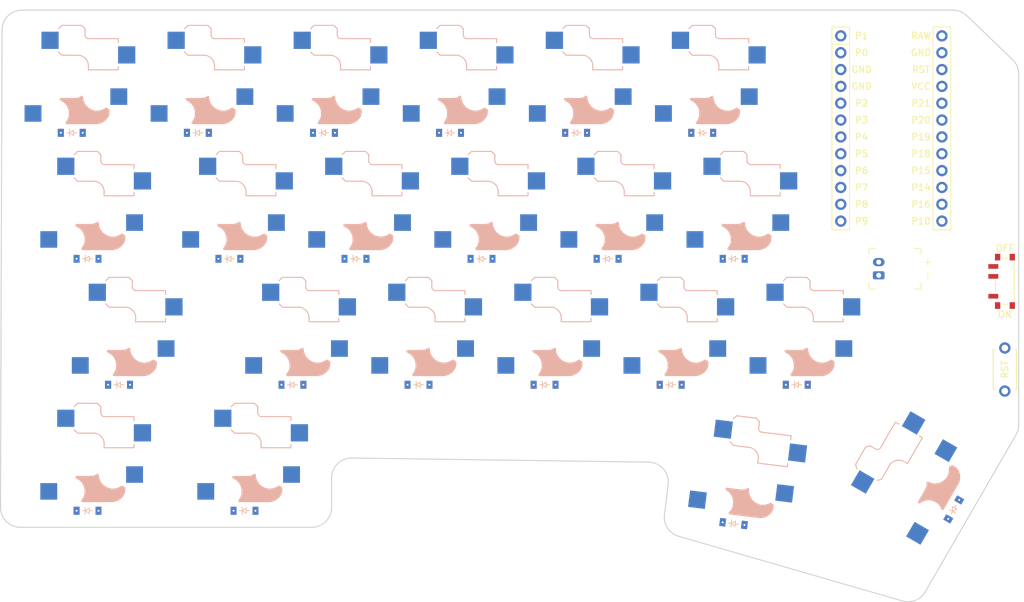
<source format=kicad_pcb>


(kicad_pcb
  (version 20240108)
  (generator "ergogen")
  (generator_version "4.2.1")
  (general
    (thickness 1.6)
    (legacy_teardrops no)
  )
  (paper "A3")
  (title_block
    (title "left__side")
    (date "2026-02-04")
    (rev "v1.0.0")
    (company "Unknown")
  )

  (layers
    (0 "F.Cu" signal)
    (31 "B.Cu" signal)
    (32 "B.Adhes" user "B.Adhesive")
    (33 "F.Adhes" user "F.Adhesive")
    (34 "B.Paste" user)
    (35 "F.Paste" user)
    (36 "B.SilkS" user "B.Silkscreen")
    (37 "F.SilkS" user "F.Silkscreen")
    (38 "B.Mask" user)
    (39 "F.Mask" user)
    (40 "Dwgs.User" user "User.Drawings")
    (41 "Cmts.User" user "User.Comments")
    (42 "Eco1.User" user "User.Eco1")
    (43 "Eco2.User" user "User.Eco2")
    (44 "Edge.Cuts" user)
    (45 "Margin" user)
    (46 "B.CrtYd" user "B.Courtyard")
    (47 "F.CrtYd" user "F.Courtyard")
    (48 "B.Fab" user)
    (49 "F.Fab" user)
  )

  (setup
    (pad_to_mask_clearance 0.05)
    (allow_soldermask_bridges_in_footprints no)
    (pcbplotparams
      (layerselection 0x00010fc_ffffffff)
      (plot_on_all_layers_selection 0x0000000_00000000)
      (disableapertmacros no)
      (usegerberextensions no)
      (usegerberattributes yes)
      (usegerberadvancedattributes yes)
      (creategerberjobfile yes)
      (dashed_line_dash_ratio 12.000000)
      (dashed_line_gap_ratio 3.000000)
      (svgprecision 4)
      (plotframeref no)
      (viasonmask no)
      (mode 1)
      (useauxorigin no)
      (hpglpennumber 1)
      (hpglpenspeed 20)
      (hpglpendiameter 15.000000)
      (pdf_front_fp_property_popups yes)
      (pdf_back_fp_property_popups yes)
      (dxfpolygonmode yes)
      (dxfimperialunits yes)
      (dxfusepcbnewfont yes)
      (psnegative no)
      (psa4output no)
      (plotreference yes)
      (plotvalue yes)
      (plotfptext yes)
      (plotinvisibletext no)
      (sketchpadsonfab no)
      (subtractmaskfromsilk no)
      (outputformat 1)
      (mirror no)
      (drillshape 1)
      (scaleselection 1)
      (outputdirectory "")
    )
  )

  (net 0 "")
(net 1 "P0")
(net 2 "esc_default")
(net 3 "GND")
(net 4 "D1")
(net 5 "D2")
(net 6 "P1")
(net 7 "q_default")
(net 8 "P2")
(net 9 "w_default")
(net 10 "P3")
(net 11 "e_default")
(net 12 "P4")
(net 13 "r_default")
(net 14 "P5")
(net 15 "t_default")
(net 16 "tab_default")
(net 17 "a_default")
(net 18 "s_default")
(net 19 "d_default")
(net 20 "f_default")
(net 21 "g_default")
(net 22 "lshift_default")
(net 23 "z_default")
(net 24 "x_default")
(net 25 "c_default")
(net 26 "v_default")
(net 27 "b_default")
(net 28 "lctrl_default")
(net 29 "super_default")
(net 30 "lower_default")
(net 31 "space_default")
(net 32 "P6")
(net 33 "P7")
(net 34 "P8")
(net 35 "P9")
(net 36 "RAW")
(net 37 "RST")
(net 38 "VCC")
(net 39 "P21")
(net 40 "P20")
(net 41 "P19")
(net 42 "P18")
(net 43 "P15")
(net 44 "P14")
(net 45 "P16")
(net 46 "P10")
(net 47 "P101")
(net 48 "P102")
(net 49 "P107")
(net 50 "MCU1_24")
(net 51 "MCU1_1")
(net 52 "MCU1_23")
(net 53 "MCU1_2")
(net 54 "MCU1_22")
(net 55 "MCU1_3")
(net 56 "MCU1_21")
(net 57 "MCU1_4")
(net 58 "MCU1_20")
(net 59 "MCU1_5")
(net 60 "MCU1_19")
(net 61 "MCU1_6")
(net 62 "MCU1_18")
(net 63 "MCU1_7")
(net 64 "MCU1_17")
(net 65 "MCU1_8")
(net 66 "MCU1_16")
(net 67 "MCU1_9")
(net 68 "MCU1_15")
(net 69 "MCU1_10")
(net 70 "MCU1_14")
(net 71 "MCU1_11")
(net 72 "MCU1_13")
(net 73 "MCU1_12")
(net 74 "BAT_P")
(net 75 "JST1_1")
(net 76 "JST1_2")

  
  (footprint "ceoloide:switch_choc_v1_v2" (layer "B.Cu") (at 109.5 100 0))
    

  (footprint "ceoloide:switch_choc_v1_v2" (layer "B.Cu") (at 128.5 100 0))
    

  (footprint "ceoloide:switch_choc_v1_v2" (layer "B.Cu") (at 147.5 100 0))
    

  (footprint "ceoloide:switch_choc_v1_v2" (layer "B.Cu") (at 166.5 100 0))
    

  (footprint "ceoloide:switch_choc_v1_v2" (layer "B.Cu") (at 185.5 100 0))
    

  (footprint "ceoloide:switch_choc_v1_v2" (layer "B.Cu") (at 204.5 100 0))
    

  (footprint "ceoloide:switch_choc_v1_v2" (layer "B.Cu") (at 111.875 119 0))
    

  (footprint "ceoloide:switch_choc_v1_v2" (layer "B.Cu") (at 133.25 119 0))
    

  (footprint "ceoloide:switch_choc_v1_v2" (layer "B.Cu") (at 152.25 119 0))
    

  (footprint "ceoloide:switch_choc_v1_v2" (layer "B.Cu") (at 171.25 119 0))
    

  (footprint "ceoloide:switch_choc_v1_v2" (layer "B.Cu") (at 190.25 119 0))
    

  (footprint "ceoloide:switch_choc_v1_v2" (layer "B.Cu") (at 209.25 119 0))
    

  (footprint "ceoloide:switch_choc_v1_v2" (layer "B.Cu") (at 116.625 138 0))
    

  (footprint "ceoloide:switch_choc_v1_v2" (layer "B.Cu") (at 142.75 138 0))
    

  (footprint "ceoloide:switch_choc_v1_v2" (layer "B.Cu") (at 161.75 138 0))
    

  (footprint "ceoloide:switch_choc_v1_v2" (layer "B.Cu") (at 180.75 138 0))
    

  (footprint "ceoloide:switch_choc_v1_v2" (layer "B.Cu") (at 199.75 138 0))
    

  (footprint "ceoloide:switch_choc_v1_v2" (layer "B.Cu") (at 218.75 138 0))
    

  (footprint "ceoloide:switch_choc_v1_v2" (layer "B.Cu") (at 111.875 157 0))
    

  (footprint "ceoloide:switch_choc_v1_v2" (layer "B.Cu") (at 135.53 157 0))
    

  (footprint "ceoloide:switch_choc_v1_v2" (layer "B.Cu") (at 210.2 159 -7))
    

  (footprint "ceoloide:switch_choc_v1_v2" (layer "B.Cu") (at 235.47 160.8 60))
    

  (footprint "ceoloide:switch_mx" (layer "B.Cu") (at 109.5 100 180))
    

  (footprint "ceoloide:switch_mx" (layer "B.Cu") (at 128.5 100 180))
    

  (footprint "ceoloide:switch_mx" (layer "B.Cu") (at 147.5 100 180))
    

  (footprint "ceoloide:switch_mx" (layer "B.Cu") (at 166.5 100 180))
    

  (footprint "ceoloide:switch_mx" (layer "B.Cu") (at 185.5 100 180))
    

  (footprint "ceoloide:switch_mx" (layer "B.Cu") (at 204.5 100 180))
    

  (footprint "ceoloide:switch_mx" (layer "B.Cu") (at 111.875 119 180))
    

  (footprint "ceoloide:switch_mx" (layer "B.Cu") (at 133.25 119 180))
    

  (footprint "ceoloide:switch_mx" (layer "B.Cu") (at 152.25 119 180))
    

  (footprint "ceoloide:switch_mx" (layer "B.Cu") (at 171.25 119 180))
    

  (footprint "ceoloide:switch_mx" (layer "B.Cu") (at 190.25 119 180))
    

  (footprint "ceoloide:switch_mx" (layer "B.Cu") (at 209.25 119 180))
    

  (footprint "ceoloide:switch_mx" (layer "B.Cu") (at 116.625 138 180))
    

  (footprint "ceoloide:switch_mx" (layer "B.Cu") (at 142.75 138 180))
    

  (footprint "ceoloide:switch_mx" (layer "B.Cu") (at 161.75 138 180))
    

  (footprint "ceoloide:switch_mx" (layer "B.Cu") (at 180.75 138 180))
    

  (footprint "ceoloide:switch_mx" (layer "B.Cu") (at 199.75 138 180))
    

  (footprint "ceoloide:switch_mx" (layer "B.Cu") (at 218.75 138 180))
    

  (footprint "ceoloide:switch_mx" (layer "B.Cu") (at 111.875 157 180))
    

  (footprint "ceoloide:switch_mx" (layer "B.Cu") (at 135.53 157 180))
    

  (footprint "ceoloide:switch_mx" (layer "B.Cu") (at 210.2 159 173))
    

  (footprint "ceoloide:switch_mx" (layer "B.Cu") (at 235.47 160.8 240))
    

  
    (module ComboDiode (layer F.Cu) (tedit 5B24D78E)


        (at 109.5 108 0)

        
        (fp_text reference "D1" (at 0 0) (layer F.SilkS) hide (effects (font (size 1.27 1.27) (thickness 0.15))))
        (fp_text value "" (at 0 0) (layer F.SilkS) hide (effects (font (size 1.27 1.27) (thickness 0.15))))
        
        
        (fp_line (start 0.25 0) (end 0.75 0) (layer F.SilkS) (width 0.1))
        (fp_line (start 0.25 0.4) (end -0.35 0) (layer F.SilkS) (width 0.1))
        (fp_line (start 0.25 -0.4) (end 0.25 0.4) (layer F.SilkS) (width 0.1))
        (fp_line (start -0.35 0) (end 0.25 -0.4) (layer F.SilkS) (width 0.1))
        (fp_line (start -0.35 0) (end -0.35 0.55) (layer F.SilkS) (width 0.1))
        (fp_line (start -0.35 0) (end -0.35 -0.55) (layer F.SilkS) (width 0.1))
        (fp_line (start -0.75 0) (end -0.35 0) (layer F.SilkS) (width 0.1))
        (fp_line (start 0.25 0) (end 0.75 0) (layer B.SilkS) (width 0.1))
        (fp_line (start 0.25 0.4) (end -0.35 0) (layer B.SilkS) (width 0.1))
        (fp_line (start 0.25 -0.4) (end 0.25 0.4) (layer B.SilkS) (width 0.1))
        (fp_line (start -0.35 0) (end 0.25 -0.4) (layer B.SilkS) (width 0.1))
        (fp_line (start -0.35 0) (end -0.35 0.55) (layer B.SilkS) (width 0.1))
        (fp_line (start -0.35 0) (end -0.35 -0.55) (layer B.SilkS) (width 0.1))
        (fp_line (start -0.75 0) (end -0.35 0) (layer B.SilkS) (width 0.1))
    
        
        (pad 1 smd rect (at -1.65 0 0) (size 0.9 1.2) (layers F.Cu F.Paste F.Mask) (net 32 "P6"))
        (pad 2 smd rect (at 1.65 0 0) (size 0.9 1.2) (layers B.Cu B.Paste B.Mask) (net 2 "esc_default"))
        (pad 1 smd rect (at -1.65 0 0) (size 0.9 1.2) (layers B.Cu B.Paste B.Mask) (net 32 "P6"))
        (pad 2 smd rect (at 1.65 0 0) (size 0.9 1.2) (layers F.Cu F.Paste F.Mask) (net 2 "esc_default"))
        
        (pad 1 thru_hole circle (at -1.65 0 0) (size 0.6 0.6) (drill 0.3) (layers "*.Cu") (zone_connect 2) (net 32 "P6"))
        (pad 1 thru_hole circle (at 1.65 0 0) (size 0.6 0.6) (drill 0.3) (layers "*.Cu") (zone_connect 2) (net 2 "esc_default"))
        
    )
  
    

  
    (module ComboDiode (layer F.Cu) (tedit 5B24D78E)


        (at 128.5 108 0)

        
        (fp_text reference "D2" (at 0 0) (layer F.SilkS) hide (effects (font (size 1.27 1.27) (thickness 0.15))))
        (fp_text value "" (at 0 0) (layer F.SilkS) hide (effects (font (size 1.27 1.27) (thickness 0.15))))
        
        
        (fp_line (start 0.25 0) (end 0.75 0) (layer F.SilkS) (width 0.1))
        (fp_line (start 0.25 0.4) (end -0.35 0) (layer F.SilkS) (width 0.1))
        (fp_line (start 0.25 -0.4) (end 0.25 0.4) (layer F.SilkS) (width 0.1))
        (fp_line (start -0.35 0) (end 0.25 -0.4) (layer F.SilkS) (width 0.1))
        (fp_line (start -0.35 0) (end -0.35 0.55) (layer F.SilkS) (width 0.1))
        (fp_line (start -0.35 0) (end -0.35 -0.55) (layer F.SilkS) (width 0.1))
        (fp_line (start -0.75 0) (end -0.35 0) (layer F.SilkS) (width 0.1))
        (fp_line (start 0.25 0) (end 0.75 0) (layer B.SilkS) (width 0.1))
        (fp_line (start 0.25 0.4) (end -0.35 0) (layer B.SilkS) (width 0.1))
        (fp_line (start 0.25 -0.4) (end 0.25 0.4) (layer B.SilkS) (width 0.1))
        (fp_line (start -0.35 0) (end 0.25 -0.4) (layer B.SilkS) (width 0.1))
        (fp_line (start -0.35 0) (end -0.35 0.55) (layer B.SilkS) (width 0.1))
        (fp_line (start -0.35 0) (end -0.35 -0.55) (layer B.SilkS) (width 0.1))
        (fp_line (start -0.75 0) (end -0.35 0) (layer B.SilkS) (width 0.1))
    
        
        (pad 1 smd rect (at -1.65 0 0) (size 0.9 1.2) (layers F.Cu F.Paste F.Mask) (net 32 "P6"))
        (pad 2 smd rect (at 1.65 0 0) (size 0.9 1.2) (layers B.Cu B.Paste B.Mask) (net 7 "q_default"))
        (pad 1 smd rect (at -1.65 0 0) (size 0.9 1.2) (layers B.Cu B.Paste B.Mask) (net 32 "P6"))
        (pad 2 smd rect (at 1.65 0 0) (size 0.9 1.2) (layers F.Cu F.Paste F.Mask) (net 7 "q_default"))
        
        (pad 1 thru_hole circle (at -1.65 0 0) (size 0.6 0.6) (drill 0.3) (layers "*.Cu") (zone_connect 2) (net 32 "P6"))
        (pad 1 thru_hole circle (at 1.65 0 0) (size 0.6 0.6) (drill 0.3) (layers "*.Cu") (zone_connect 2) (net 7 "q_default"))
        
    )
  
    

  
    (module ComboDiode (layer F.Cu) (tedit 5B24D78E)


        (at 147.5 108 0)

        
        (fp_text reference "D3" (at 0 0) (layer F.SilkS) hide (effects (font (size 1.27 1.27) (thickness 0.15))))
        (fp_text value "" (at 0 0) (layer F.SilkS) hide (effects (font (size 1.27 1.27) (thickness 0.15))))
        
        
        (fp_line (start 0.25 0) (end 0.75 0) (layer F.SilkS) (width 0.1))
        (fp_line (start 0.25 0.4) (end -0.35 0) (layer F.SilkS) (width 0.1))
        (fp_line (start 0.25 -0.4) (end 0.25 0.4) (layer F.SilkS) (width 0.1))
        (fp_line (start -0.35 0) (end 0.25 -0.4) (layer F.SilkS) (width 0.1))
        (fp_line (start -0.35 0) (end -0.35 0.55) (layer F.SilkS) (width 0.1))
        (fp_line (start -0.35 0) (end -0.35 -0.55) (layer F.SilkS) (width 0.1))
        (fp_line (start -0.75 0) (end -0.35 0) (layer F.SilkS) (width 0.1))
        (fp_line (start 0.25 0) (end 0.75 0) (layer B.SilkS) (width 0.1))
        (fp_line (start 0.25 0.4) (end -0.35 0) (layer B.SilkS) (width 0.1))
        (fp_line (start 0.25 -0.4) (end 0.25 0.4) (layer B.SilkS) (width 0.1))
        (fp_line (start -0.35 0) (end 0.25 -0.4) (layer B.SilkS) (width 0.1))
        (fp_line (start -0.35 0) (end -0.35 0.55) (layer B.SilkS) (width 0.1))
        (fp_line (start -0.35 0) (end -0.35 -0.55) (layer B.SilkS) (width 0.1))
        (fp_line (start -0.75 0) (end -0.35 0) (layer B.SilkS) (width 0.1))
    
        
        (pad 1 smd rect (at -1.65 0 0) (size 0.9 1.2) (layers F.Cu F.Paste F.Mask) (net 32 "P6"))
        (pad 2 smd rect (at 1.65 0 0) (size 0.9 1.2) (layers B.Cu B.Paste B.Mask) (net 9 "w_default"))
        (pad 1 smd rect (at -1.65 0 0) (size 0.9 1.2) (layers B.Cu B.Paste B.Mask) (net 32 "P6"))
        (pad 2 smd rect (at 1.65 0 0) (size 0.9 1.2) (layers F.Cu F.Paste F.Mask) (net 9 "w_default"))
        
        (pad 1 thru_hole circle (at -1.65 0 0) (size 0.6 0.6) (drill 0.3) (layers "*.Cu") (zone_connect 2) (net 32 "P6"))
        (pad 1 thru_hole circle (at 1.65 0 0) (size 0.6 0.6) (drill 0.3) (layers "*.Cu") (zone_connect 2) (net 9 "w_default"))
        
    )
  
    

  
    (module ComboDiode (layer F.Cu) (tedit 5B24D78E)


        (at 166.5 108 0)

        
        (fp_text reference "D4" (at 0 0) (layer F.SilkS) hide (effects (font (size 1.27 1.27) (thickness 0.15))))
        (fp_text value "" (at 0 0) (layer F.SilkS) hide (effects (font (size 1.27 1.27) (thickness 0.15))))
        
        
        (fp_line (start 0.25 0) (end 0.75 0) (layer F.SilkS) (width 0.1))
        (fp_line (start 0.25 0.4) (end -0.35 0) (layer F.SilkS) (width 0.1))
        (fp_line (start 0.25 -0.4) (end 0.25 0.4) (layer F.SilkS) (width 0.1))
        (fp_line (start -0.35 0) (end 0.25 -0.4) (layer F.SilkS) (width 0.1))
        (fp_line (start -0.35 0) (end -0.35 0.55) (layer F.SilkS) (width 0.1))
        (fp_line (start -0.35 0) (end -0.35 -0.55) (layer F.SilkS) (width 0.1))
        (fp_line (start -0.75 0) (end -0.35 0) (layer F.SilkS) (width 0.1))
        (fp_line (start 0.25 0) (end 0.75 0) (layer B.SilkS) (width 0.1))
        (fp_line (start 0.25 0.4) (end -0.35 0) (layer B.SilkS) (width 0.1))
        (fp_line (start 0.25 -0.4) (end 0.25 0.4) (layer B.SilkS) (width 0.1))
        (fp_line (start -0.35 0) (end 0.25 -0.4) (layer B.SilkS) (width 0.1))
        (fp_line (start -0.35 0) (end -0.35 0.55) (layer B.SilkS) (width 0.1))
        (fp_line (start -0.35 0) (end -0.35 -0.55) (layer B.SilkS) (width 0.1))
        (fp_line (start -0.75 0) (end -0.35 0) (layer B.SilkS) (width 0.1))
    
        
        (pad 1 smd rect (at -1.65 0 0) (size 0.9 1.2) (layers F.Cu F.Paste F.Mask) (net 32 "P6"))
        (pad 2 smd rect (at 1.65 0 0) (size 0.9 1.2) (layers B.Cu B.Paste B.Mask) (net 11 "e_default"))
        (pad 1 smd rect (at -1.65 0 0) (size 0.9 1.2) (layers B.Cu B.Paste B.Mask) (net 32 "P6"))
        (pad 2 smd rect (at 1.65 0 0) (size 0.9 1.2) (layers F.Cu F.Paste F.Mask) (net 11 "e_default"))
        
        (pad 1 thru_hole circle (at -1.65 0 0) (size 0.6 0.6) (drill 0.3) (layers "*.Cu") (zone_connect 2) (net 32 "P6"))
        (pad 1 thru_hole circle (at 1.65 0 0) (size 0.6 0.6) (drill 0.3) (layers "*.Cu") (zone_connect 2) (net 11 "e_default"))
        
    )
  
    

  
    (module ComboDiode (layer F.Cu) (tedit 5B24D78E)


        (at 185.5 108 0)

        
        (fp_text reference "D5" (at 0 0) (layer F.SilkS) hide (effects (font (size 1.27 1.27) (thickness 0.15))))
        (fp_text value "" (at 0 0) (layer F.SilkS) hide (effects (font (size 1.27 1.27) (thickness 0.15))))
        
        
        (fp_line (start 0.25 0) (end 0.75 0) (layer F.SilkS) (width 0.1))
        (fp_line (start 0.25 0.4) (end -0.35 0) (layer F.SilkS) (width 0.1))
        (fp_line (start 0.25 -0.4) (end 0.25 0.4) (layer F.SilkS) (width 0.1))
        (fp_line (start -0.35 0) (end 0.25 -0.4) (layer F.SilkS) (width 0.1))
        (fp_line (start -0.35 0) (end -0.35 0.55) (layer F.SilkS) (width 0.1))
        (fp_line (start -0.35 0) (end -0.35 -0.55) (layer F.SilkS) (width 0.1))
        (fp_line (start -0.75 0) (end -0.35 0) (layer F.SilkS) (width 0.1))
        (fp_line (start 0.25 0) (end 0.75 0) (layer B.SilkS) (width 0.1))
        (fp_line (start 0.25 0.4) (end -0.35 0) (layer B.SilkS) (width 0.1))
        (fp_line (start 0.25 -0.4) (end 0.25 0.4) (layer B.SilkS) (width 0.1))
        (fp_line (start -0.35 0) (end 0.25 -0.4) (layer B.SilkS) (width 0.1))
        (fp_line (start -0.35 0) (end -0.35 0.55) (layer B.SilkS) (width 0.1))
        (fp_line (start -0.35 0) (end -0.35 -0.55) (layer B.SilkS) (width 0.1))
        (fp_line (start -0.75 0) (end -0.35 0) (layer B.SilkS) (width 0.1))
    
        
        (pad 1 smd rect (at -1.65 0 0) (size 0.9 1.2) (layers F.Cu F.Paste F.Mask) (net 32 "P6"))
        (pad 2 smd rect (at 1.65 0 0) (size 0.9 1.2) (layers B.Cu B.Paste B.Mask) (net 13 "r_default"))
        (pad 1 smd rect (at -1.65 0 0) (size 0.9 1.2) (layers B.Cu B.Paste B.Mask) (net 32 "P6"))
        (pad 2 smd rect (at 1.65 0 0) (size 0.9 1.2) (layers F.Cu F.Paste F.Mask) (net 13 "r_default"))
        
        (pad 1 thru_hole circle (at -1.65 0 0) (size 0.6 0.6) (drill 0.3) (layers "*.Cu") (zone_connect 2) (net 32 "P6"))
        (pad 1 thru_hole circle (at 1.65 0 0) (size 0.6 0.6) (drill 0.3) (layers "*.Cu") (zone_connect 2) (net 13 "r_default"))
        
    )
  
    

  
    (module ComboDiode (layer F.Cu) (tedit 5B24D78E)


        (at 204.5 108 0)

        
        (fp_text reference "D6" (at 0 0) (layer F.SilkS) hide (effects (font (size 1.27 1.27) (thickness 0.15))))
        (fp_text value "" (at 0 0) (layer F.SilkS) hide (effects (font (size 1.27 1.27) (thickness 0.15))))
        
        
        (fp_line (start 0.25 0) (end 0.75 0) (layer F.SilkS) (width 0.1))
        (fp_line (start 0.25 0.4) (end -0.35 0) (layer F.SilkS) (width 0.1))
        (fp_line (start 0.25 -0.4) (end 0.25 0.4) (layer F.SilkS) (width 0.1))
        (fp_line (start -0.35 0) (end 0.25 -0.4) (layer F.SilkS) (width 0.1))
        (fp_line (start -0.35 0) (end -0.35 0.55) (layer F.SilkS) (width 0.1))
        (fp_line (start -0.35 0) (end -0.35 -0.55) (layer F.SilkS) (width 0.1))
        (fp_line (start -0.75 0) (end -0.35 0) (layer F.SilkS) (width 0.1))
        (fp_line (start 0.25 0) (end 0.75 0) (layer B.SilkS) (width 0.1))
        (fp_line (start 0.25 0.4) (end -0.35 0) (layer B.SilkS) (width 0.1))
        (fp_line (start 0.25 -0.4) (end 0.25 0.4) (layer B.SilkS) (width 0.1))
        (fp_line (start -0.35 0) (end 0.25 -0.4) (layer B.SilkS) (width 0.1))
        (fp_line (start -0.35 0) (end -0.35 0.55) (layer B.SilkS) (width 0.1))
        (fp_line (start -0.35 0) (end -0.35 -0.55) (layer B.SilkS) (width 0.1))
        (fp_line (start -0.75 0) (end -0.35 0) (layer B.SilkS) (width 0.1))
    
        
        (pad 1 smd rect (at -1.65 0 0) (size 0.9 1.2) (layers F.Cu F.Paste F.Mask) (net 32 "P6"))
        (pad 2 smd rect (at 1.65 0 0) (size 0.9 1.2) (layers B.Cu B.Paste B.Mask) (net 15 "t_default"))
        (pad 1 smd rect (at -1.65 0 0) (size 0.9 1.2) (layers B.Cu B.Paste B.Mask) (net 32 "P6"))
        (pad 2 smd rect (at 1.65 0 0) (size 0.9 1.2) (layers F.Cu F.Paste F.Mask) (net 15 "t_default"))
        
        (pad 1 thru_hole circle (at -1.65 0 0) (size 0.6 0.6) (drill 0.3) (layers "*.Cu") (zone_connect 2) (net 32 "P6"))
        (pad 1 thru_hole circle (at 1.65 0 0) (size 0.6 0.6) (drill 0.3) (layers "*.Cu") (zone_connect 2) (net 15 "t_default"))
        
    )
  
    

  
    (module ComboDiode (layer F.Cu) (tedit 5B24D78E)


        (at 111.875 127 0)

        
        (fp_text reference "D7" (at 0 0) (layer F.SilkS) hide (effects (font (size 1.27 1.27) (thickness 0.15))))
        (fp_text value "" (at 0 0) (layer F.SilkS) hide (effects (font (size 1.27 1.27) (thickness 0.15))))
        
        
        (fp_line (start 0.25 0) (end 0.75 0) (layer F.SilkS) (width 0.1))
        (fp_line (start 0.25 0.4) (end -0.35 0) (layer F.SilkS) (width 0.1))
        (fp_line (start 0.25 -0.4) (end 0.25 0.4) (layer F.SilkS) (width 0.1))
        (fp_line (start -0.35 0) (end 0.25 -0.4) (layer F.SilkS) (width 0.1))
        (fp_line (start -0.35 0) (end -0.35 0.55) (layer F.SilkS) (width 0.1))
        (fp_line (start -0.35 0) (end -0.35 -0.55) (layer F.SilkS) (width 0.1))
        (fp_line (start -0.75 0) (end -0.35 0) (layer F.SilkS) (width 0.1))
        (fp_line (start 0.25 0) (end 0.75 0) (layer B.SilkS) (width 0.1))
        (fp_line (start 0.25 0.4) (end -0.35 0) (layer B.SilkS) (width 0.1))
        (fp_line (start 0.25 -0.4) (end 0.25 0.4) (layer B.SilkS) (width 0.1))
        (fp_line (start -0.35 0) (end 0.25 -0.4) (layer B.SilkS) (width 0.1))
        (fp_line (start -0.35 0) (end -0.35 0.55) (layer B.SilkS) (width 0.1))
        (fp_line (start -0.35 0) (end -0.35 -0.55) (layer B.SilkS) (width 0.1))
        (fp_line (start -0.75 0) (end -0.35 0) (layer B.SilkS) (width 0.1))
    
        
        (pad 1 smd rect (at -1.65 0 0) (size 0.9 1.2) (layers F.Cu F.Paste F.Mask) (net 33 "P7"))
        (pad 2 smd rect (at 1.65 0 0) (size 0.9 1.2) (layers B.Cu B.Paste B.Mask) (net 16 "tab_default"))
        (pad 1 smd rect (at -1.65 0 0) (size 0.9 1.2) (layers B.Cu B.Paste B.Mask) (net 33 "P7"))
        (pad 2 smd rect (at 1.65 0 0) (size 0.9 1.2) (layers F.Cu F.Paste F.Mask) (net 16 "tab_default"))
        
        (pad 1 thru_hole circle (at -1.65 0 0) (size 0.6 0.6) (drill 0.3) (layers "*.Cu") (zone_connect 2) (net 33 "P7"))
        (pad 1 thru_hole circle (at 1.65 0 0) (size 0.6 0.6) (drill 0.3) (layers "*.Cu") (zone_connect 2) (net 16 "tab_default"))
        
    )
  
    

  
    (module ComboDiode (layer F.Cu) (tedit 5B24D78E)


        (at 133.25 127 0)

        
        (fp_text reference "D8" (at 0 0) (layer F.SilkS) hide (effects (font (size 1.27 1.27) (thickness 0.15))))
        (fp_text value "" (at 0 0) (layer F.SilkS) hide (effects (font (size 1.27 1.27) (thickness 0.15))))
        
        
        (fp_line (start 0.25 0) (end 0.75 0) (layer F.SilkS) (width 0.1))
        (fp_line (start 0.25 0.4) (end -0.35 0) (layer F.SilkS) (width 0.1))
        (fp_line (start 0.25 -0.4) (end 0.25 0.4) (layer F.SilkS) (width 0.1))
        (fp_line (start -0.35 0) (end 0.25 -0.4) (layer F.SilkS) (width 0.1))
        (fp_line (start -0.35 0) (end -0.35 0.55) (layer F.SilkS) (width 0.1))
        (fp_line (start -0.35 0) (end -0.35 -0.55) (layer F.SilkS) (width 0.1))
        (fp_line (start -0.75 0) (end -0.35 0) (layer F.SilkS) (width 0.1))
        (fp_line (start 0.25 0) (end 0.75 0) (layer B.SilkS) (width 0.1))
        (fp_line (start 0.25 0.4) (end -0.35 0) (layer B.SilkS) (width 0.1))
        (fp_line (start 0.25 -0.4) (end 0.25 0.4) (layer B.SilkS) (width 0.1))
        (fp_line (start -0.35 0) (end 0.25 -0.4) (layer B.SilkS) (width 0.1))
        (fp_line (start -0.35 0) (end -0.35 0.55) (layer B.SilkS) (width 0.1))
        (fp_line (start -0.35 0) (end -0.35 -0.55) (layer B.SilkS) (width 0.1))
        (fp_line (start -0.75 0) (end -0.35 0) (layer B.SilkS) (width 0.1))
    
        
        (pad 1 smd rect (at -1.65 0 0) (size 0.9 1.2) (layers F.Cu F.Paste F.Mask) (net 33 "P7"))
        (pad 2 smd rect (at 1.65 0 0) (size 0.9 1.2) (layers B.Cu B.Paste B.Mask) (net 17 "a_default"))
        (pad 1 smd rect (at -1.65 0 0) (size 0.9 1.2) (layers B.Cu B.Paste B.Mask) (net 33 "P7"))
        (pad 2 smd rect (at 1.65 0 0) (size 0.9 1.2) (layers F.Cu F.Paste F.Mask) (net 17 "a_default"))
        
        (pad 1 thru_hole circle (at -1.65 0 0) (size 0.6 0.6) (drill 0.3) (layers "*.Cu") (zone_connect 2) (net 33 "P7"))
        (pad 1 thru_hole circle (at 1.65 0 0) (size 0.6 0.6) (drill 0.3) (layers "*.Cu") (zone_connect 2) (net 17 "a_default"))
        
    )
  
    

  
    (module ComboDiode (layer F.Cu) (tedit 5B24D78E)


        (at 152.25 127 0)

        
        (fp_text reference "D9" (at 0 0) (layer F.SilkS) hide (effects (font (size 1.27 1.27) (thickness 0.15))))
        (fp_text value "" (at 0 0) (layer F.SilkS) hide (effects (font (size 1.27 1.27) (thickness 0.15))))
        
        
        (fp_line (start 0.25 0) (end 0.75 0) (layer F.SilkS) (width 0.1))
        (fp_line (start 0.25 0.4) (end -0.35 0) (layer F.SilkS) (width 0.1))
        (fp_line (start 0.25 -0.4) (end 0.25 0.4) (layer F.SilkS) (width 0.1))
        (fp_line (start -0.35 0) (end 0.25 -0.4) (layer F.SilkS) (width 0.1))
        (fp_line (start -0.35 0) (end -0.35 0.55) (layer F.SilkS) (width 0.1))
        (fp_line (start -0.35 0) (end -0.35 -0.55) (layer F.SilkS) (width 0.1))
        (fp_line (start -0.75 0) (end -0.35 0) (layer F.SilkS) (width 0.1))
        (fp_line (start 0.25 0) (end 0.75 0) (layer B.SilkS) (width 0.1))
        (fp_line (start 0.25 0.4) (end -0.35 0) (layer B.SilkS) (width 0.1))
        (fp_line (start 0.25 -0.4) (end 0.25 0.4) (layer B.SilkS) (width 0.1))
        (fp_line (start -0.35 0) (end 0.25 -0.4) (layer B.SilkS) (width 0.1))
        (fp_line (start -0.35 0) (end -0.35 0.55) (layer B.SilkS) (width 0.1))
        (fp_line (start -0.35 0) (end -0.35 -0.55) (layer B.SilkS) (width 0.1))
        (fp_line (start -0.75 0) (end -0.35 0) (layer B.SilkS) (width 0.1))
    
        
        (pad 1 smd rect (at -1.65 0 0) (size 0.9 1.2) (layers F.Cu F.Paste F.Mask) (net 33 "P7"))
        (pad 2 smd rect (at 1.65 0 0) (size 0.9 1.2) (layers B.Cu B.Paste B.Mask) (net 18 "s_default"))
        (pad 1 smd rect (at -1.65 0 0) (size 0.9 1.2) (layers B.Cu B.Paste B.Mask) (net 33 "P7"))
        (pad 2 smd rect (at 1.65 0 0) (size 0.9 1.2) (layers F.Cu F.Paste F.Mask) (net 18 "s_default"))
        
        (pad 1 thru_hole circle (at -1.65 0 0) (size 0.6 0.6) (drill 0.3) (layers "*.Cu") (zone_connect 2) (net 33 "P7"))
        (pad 1 thru_hole circle (at 1.65 0 0) (size 0.6 0.6) (drill 0.3) (layers "*.Cu") (zone_connect 2) (net 18 "s_default"))
        
    )
  
    

  
    (module ComboDiode (layer F.Cu) (tedit 5B24D78E)


        (at 171.25 127 0)

        
        (fp_text reference "D10" (at 0 0) (layer F.SilkS) hide (effects (font (size 1.27 1.27) (thickness 0.15))))
        (fp_text value "" (at 0 0) (layer F.SilkS) hide (effects (font (size 1.27 1.27) (thickness 0.15))))
        
        
        (fp_line (start 0.25 0) (end 0.75 0) (layer F.SilkS) (width 0.1))
        (fp_line (start 0.25 0.4) (end -0.35 0) (layer F.SilkS) (width 0.1))
        (fp_line (start 0.25 -0.4) (end 0.25 0.4) (layer F.SilkS) (width 0.1))
        (fp_line (start -0.35 0) (end 0.25 -0.4) (layer F.SilkS) (width 0.1))
        (fp_line (start -0.35 0) (end -0.35 0.55) (layer F.SilkS) (width 0.1))
        (fp_line (start -0.35 0) (end -0.35 -0.55) (layer F.SilkS) (width 0.1))
        (fp_line (start -0.75 0) (end -0.35 0) (layer F.SilkS) (width 0.1))
        (fp_line (start 0.25 0) (end 0.75 0) (layer B.SilkS) (width 0.1))
        (fp_line (start 0.25 0.4) (end -0.35 0) (layer B.SilkS) (width 0.1))
        (fp_line (start 0.25 -0.4) (end 0.25 0.4) (layer B.SilkS) (width 0.1))
        (fp_line (start -0.35 0) (end 0.25 -0.4) (layer B.SilkS) (width 0.1))
        (fp_line (start -0.35 0) (end -0.35 0.55) (layer B.SilkS) (width 0.1))
        (fp_line (start -0.35 0) (end -0.35 -0.55) (layer B.SilkS) (width 0.1))
        (fp_line (start -0.75 0) (end -0.35 0) (layer B.SilkS) (width 0.1))
    
        
        (pad 1 smd rect (at -1.65 0 0) (size 0.9 1.2) (layers F.Cu F.Paste F.Mask) (net 33 "P7"))
        (pad 2 smd rect (at 1.65 0 0) (size 0.9 1.2) (layers B.Cu B.Paste B.Mask) (net 19 "d_default"))
        (pad 1 smd rect (at -1.65 0 0) (size 0.9 1.2) (layers B.Cu B.Paste B.Mask) (net 33 "P7"))
        (pad 2 smd rect (at 1.65 0 0) (size 0.9 1.2) (layers F.Cu F.Paste F.Mask) (net 19 "d_default"))
        
        (pad 1 thru_hole circle (at -1.65 0 0) (size 0.6 0.6) (drill 0.3) (layers "*.Cu") (zone_connect 2) (net 33 "P7"))
        (pad 1 thru_hole circle (at 1.65 0 0) (size 0.6 0.6) (drill 0.3) (layers "*.Cu") (zone_connect 2) (net 19 "d_default"))
        
    )
  
    

  
    (module ComboDiode (layer F.Cu) (tedit 5B24D78E)


        (at 190.25 127 0)

        
        (fp_text reference "D11" (at 0 0) (layer F.SilkS) hide (effects (font (size 1.27 1.27) (thickness 0.15))))
        (fp_text value "" (at 0 0) (layer F.SilkS) hide (effects (font (size 1.27 1.27) (thickness 0.15))))
        
        
        (fp_line (start 0.25 0) (end 0.75 0) (layer F.SilkS) (width 0.1))
        (fp_line (start 0.25 0.4) (end -0.35 0) (layer F.SilkS) (width 0.1))
        (fp_line (start 0.25 -0.4) (end 0.25 0.4) (layer F.SilkS) (width 0.1))
        (fp_line (start -0.35 0) (end 0.25 -0.4) (layer F.SilkS) (width 0.1))
        (fp_line (start -0.35 0) (end -0.35 0.55) (layer F.SilkS) (width 0.1))
        (fp_line (start -0.35 0) (end -0.35 -0.55) (layer F.SilkS) (width 0.1))
        (fp_line (start -0.75 0) (end -0.35 0) (layer F.SilkS) (width 0.1))
        (fp_line (start 0.25 0) (end 0.75 0) (layer B.SilkS) (width 0.1))
        (fp_line (start 0.25 0.4) (end -0.35 0) (layer B.SilkS) (width 0.1))
        (fp_line (start 0.25 -0.4) (end 0.25 0.4) (layer B.SilkS) (width 0.1))
        (fp_line (start -0.35 0) (end 0.25 -0.4) (layer B.SilkS) (width 0.1))
        (fp_line (start -0.35 0) (end -0.35 0.55) (layer B.SilkS) (width 0.1))
        (fp_line (start -0.35 0) (end -0.35 -0.55) (layer B.SilkS) (width 0.1))
        (fp_line (start -0.75 0) (end -0.35 0) (layer B.SilkS) (width 0.1))
    
        
        (pad 1 smd rect (at -1.65 0 0) (size 0.9 1.2) (layers F.Cu F.Paste F.Mask) (net 33 "P7"))
        (pad 2 smd rect (at 1.65 0 0) (size 0.9 1.2) (layers B.Cu B.Paste B.Mask) (net 20 "f_default"))
        (pad 1 smd rect (at -1.65 0 0) (size 0.9 1.2) (layers B.Cu B.Paste B.Mask) (net 33 "P7"))
        (pad 2 smd rect (at 1.65 0 0) (size 0.9 1.2) (layers F.Cu F.Paste F.Mask) (net 20 "f_default"))
        
        (pad 1 thru_hole circle (at -1.65 0 0) (size 0.6 0.6) (drill 0.3) (layers "*.Cu") (zone_connect 2) (net 33 "P7"))
        (pad 1 thru_hole circle (at 1.65 0 0) (size 0.6 0.6) (drill 0.3) (layers "*.Cu") (zone_connect 2) (net 20 "f_default"))
        
    )
  
    

  
    (module ComboDiode (layer F.Cu) (tedit 5B24D78E)


        (at 209.25 127 0)

        
        (fp_text reference "D12" (at 0 0) (layer F.SilkS) hide (effects (font (size 1.27 1.27) (thickness 0.15))))
        (fp_text value "" (at 0 0) (layer F.SilkS) hide (effects (font (size 1.27 1.27) (thickness 0.15))))
        
        
        (fp_line (start 0.25 0) (end 0.75 0) (layer F.SilkS) (width 0.1))
        (fp_line (start 0.25 0.4) (end -0.35 0) (layer F.SilkS) (width 0.1))
        (fp_line (start 0.25 -0.4) (end 0.25 0.4) (layer F.SilkS) (width 0.1))
        (fp_line (start -0.35 0) (end 0.25 -0.4) (layer F.SilkS) (width 0.1))
        (fp_line (start -0.35 0) (end -0.35 0.55) (layer F.SilkS) (width 0.1))
        (fp_line (start -0.35 0) (end -0.35 -0.55) (layer F.SilkS) (width 0.1))
        (fp_line (start -0.75 0) (end -0.35 0) (layer F.SilkS) (width 0.1))
        (fp_line (start 0.25 0) (end 0.75 0) (layer B.SilkS) (width 0.1))
        (fp_line (start 0.25 0.4) (end -0.35 0) (layer B.SilkS) (width 0.1))
        (fp_line (start 0.25 -0.4) (end 0.25 0.4) (layer B.SilkS) (width 0.1))
        (fp_line (start -0.35 0) (end 0.25 -0.4) (layer B.SilkS) (width 0.1))
        (fp_line (start -0.35 0) (end -0.35 0.55) (layer B.SilkS) (width 0.1))
        (fp_line (start -0.35 0) (end -0.35 -0.55) (layer B.SilkS) (width 0.1))
        (fp_line (start -0.75 0) (end -0.35 0) (layer B.SilkS) (width 0.1))
    
        
        (pad 1 smd rect (at -1.65 0 0) (size 0.9 1.2) (layers F.Cu F.Paste F.Mask) (net 33 "P7"))
        (pad 2 smd rect (at 1.65 0 0) (size 0.9 1.2) (layers B.Cu B.Paste B.Mask) (net 21 "g_default"))
        (pad 1 smd rect (at -1.65 0 0) (size 0.9 1.2) (layers B.Cu B.Paste B.Mask) (net 33 "P7"))
        (pad 2 smd rect (at 1.65 0 0) (size 0.9 1.2) (layers F.Cu F.Paste F.Mask) (net 21 "g_default"))
        
        (pad 1 thru_hole circle (at -1.65 0 0) (size 0.6 0.6) (drill 0.3) (layers "*.Cu") (zone_connect 2) (net 33 "P7"))
        (pad 1 thru_hole circle (at 1.65 0 0) (size 0.6 0.6) (drill 0.3) (layers "*.Cu") (zone_connect 2) (net 21 "g_default"))
        
    )
  
    

  
    (module ComboDiode (layer F.Cu) (tedit 5B24D78E)


        (at 116.625 146 0)

        
        (fp_text reference "D13" (at 0 0) (layer F.SilkS) hide (effects (font (size 1.27 1.27) (thickness 0.15))))
        (fp_text value "" (at 0 0) (layer F.SilkS) hide (effects (font (size 1.27 1.27) (thickness 0.15))))
        
        
        (fp_line (start 0.25 0) (end 0.75 0) (layer F.SilkS) (width 0.1))
        (fp_line (start 0.25 0.4) (end -0.35 0) (layer F.SilkS) (width 0.1))
        (fp_line (start 0.25 -0.4) (end 0.25 0.4) (layer F.SilkS) (width 0.1))
        (fp_line (start -0.35 0) (end 0.25 -0.4) (layer F.SilkS) (width 0.1))
        (fp_line (start -0.35 0) (end -0.35 0.55) (layer F.SilkS) (width 0.1))
        (fp_line (start -0.35 0) (end -0.35 -0.55) (layer F.SilkS) (width 0.1))
        (fp_line (start -0.75 0) (end -0.35 0) (layer F.SilkS) (width 0.1))
        (fp_line (start 0.25 0) (end 0.75 0) (layer B.SilkS) (width 0.1))
        (fp_line (start 0.25 0.4) (end -0.35 0) (layer B.SilkS) (width 0.1))
        (fp_line (start 0.25 -0.4) (end 0.25 0.4) (layer B.SilkS) (width 0.1))
        (fp_line (start -0.35 0) (end 0.25 -0.4) (layer B.SilkS) (width 0.1))
        (fp_line (start -0.35 0) (end -0.35 0.55) (layer B.SilkS) (width 0.1))
        (fp_line (start -0.35 0) (end -0.35 -0.55) (layer B.SilkS) (width 0.1))
        (fp_line (start -0.75 0) (end -0.35 0) (layer B.SilkS) (width 0.1))
    
        
        (pad 1 smd rect (at -1.65 0 0) (size 0.9 1.2) (layers F.Cu F.Paste F.Mask) (net 34 "P8"))
        (pad 2 smd rect (at 1.65 0 0) (size 0.9 1.2) (layers B.Cu B.Paste B.Mask) (net 22 "lshift_default"))
        (pad 1 smd rect (at -1.65 0 0) (size 0.9 1.2) (layers B.Cu B.Paste B.Mask) (net 34 "P8"))
        (pad 2 smd rect (at 1.65 0 0) (size 0.9 1.2) (layers F.Cu F.Paste F.Mask) (net 22 "lshift_default"))
        
        (pad 1 thru_hole circle (at -1.65 0 0) (size 0.6 0.6) (drill 0.3) (layers "*.Cu") (zone_connect 2) (net 34 "P8"))
        (pad 1 thru_hole circle (at 1.65 0 0) (size 0.6 0.6) (drill 0.3) (layers "*.Cu") (zone_connect 2) (net 22 "lshift_default"))
        
    )
  
    

  
    (module ComboDiode (layer F.Cu) (tedit 5B24D78E)


        (at 142.75 146 0)

        
        (fp_text reference "D14" (at 0 0) (layer F.SilkS) hide (effects (font (size 1.27 1.27) (thickness 0.15))))
        (fp_text value "" (at 0 0) (layer F.SilkS) hide (effects (font (size 1.27 1.27) (thickness 0.15))))
        
        
        (fp_line (start 0.25 0) (end 0.75 0) (layer F.SilkS) (width 0.1))
        (fp_line (start 0.25 0.4) (end -0.35 0) (layer F.SilkS) (width 0.1))
        (fp_line (start 0.25 -0.4) (end 0.25 0.4) (layer F.SilkS) (width 0.1))
        (fp_line (start -0.35 0) (end 0.25 -0.4) (layer F.SilkS) (width 0.1))
        (fp_line (start -0.35 0) (end -0.35 0.55) (layer F.SilkS) (width 0.1))
        (fp_line (start -0.35 0) (end -0.35 -0.55) (layer F.SilkS) (width 0.1))
        (fp_line (start -0.75 0) (end -0.35 0) (layer F.SilkS) (width 0.1))
        (fp_line (start 0.25 0) (end 0.75 0) (layer B.SilkS) (width 0.1))
        (fp_line (start 0.25 0.4) (end -0.35 0) (layer B.SilkS) (width 0.1))
        (fp_line (start 0.25 -0.4) (end 0.25 0.4) (layer B.SilkS) (width 0.1))
        (fp_line (start -0.35 0) (end 0.25 -0.4) (layer B.SilkS) (width 0.1))
        (fp_line (start -0.35 0) (end -0.35 0.55) (layer B.SilkS) (width 0.1))
        (fp_line (start -0.35 0) (end -0.35 -0.55) (layer B.SilkS) (width 0.1))
        (fp_line (start -0.75 0) (end -0.35 0) (layer B.SilkS) (width 0.1))
    
        
        (pad 1 smd rect (at -1.65 0 0) (size 0.9 1.2) (layers F.Cu F.Paste F.Mask) (net 34 "P8"))
        (pad 2 smd rect (at 1.65 0 0) (size 0.9 1.2) (layers B.Cu B.Paste B.Mask) (net 23 "z_default"))
        (pad 1 smd rect (at -1.65 0 0) (size 0.9 1.2) (layers B.Cu B.Paste B.Mask) (net 34 "P8"))
        (pad 2 smd rect (at 1.65 0 0) (size 0.9 1.2) (layers F.Cu F.Paste F.Mask) (net 23 "z_default"))
        
        (pad 1 thru_hole circle (at -1.65 0 0) (size 0.6 0.6) (drill 0.3) (layers "*.Cu") (zone_connect 2) (net 34 "P8"))
        (pad 1 thru_hole circle (at 1.65 0 0) (size 0.6 0.6) (drill 0.3) (layers "*.Cu") (zone_connect 2) (net 23 "z_default"))
        
    )
  
    

  
    (module ComboDiode (layer F.Cu) (tedit 5B24D78E)


        (at 161.75 146 0)

        
        (fp_text reference "D15" (at 0 0) (layer F.SilkS) hide (effects (font (size 1.27 1.27) (thickness 0.15))))
        (fp_text value "" (at 0 0) (layer F.SilkS) hide (effects (font (size 1.27 1.27) (thickness 0.15))))
        
        
        (fp_line (start 0.25 0) (end 0.75 0) (layer F.SilkS) (width 0.1))
        (fp_line (start 0.25 0.4) (end -0.35 0) (layer F.SilkS) (width 0.1))
        (fp_line (start 0.25 -0.4) (end 0.25 0.4) (layer F.SilkS) (width 0.1))
        (fp_line (start -0.35 0) (end 0.25 -0.4) (layer F.SilkS) (width 0.1))
        (fp_line (start -0.35 0) (end -0.35 0.55) (layer F.SilkS) (width 0.1))
        (fp_line (start -0.35 0) (end -0.35 -0.55) (layer F.SilkS) (width 0.1))
        (fp_line (start -0.75 0) (end -0.35 0) (layer F.SilkS) (width 0.1))
        (fp_line (start 0.25 0) (end 0.75 0) (layer B.SilkS) (width 0.1))
        (fp_line (start 0.25 0.4) (end -0.35 0) (layer B.SilkS) (width 0.1))
        (fp_line (start 0.25 -0.4) (end 0.25 0.4) (layer B.SilkS) (width 0.1))
        (fp_line (start -0.35 0) (end 0.25 -0.4) (layer B.SilkS) (width 0.1))
        (fp_line (start -0.35 0) (end -0.35 0.55) (layer B.SilkS) (width 0.1))
        (fp_line (start -0.35 0) (end -0.35 -0.55) (layer B.SilkS) (width 0.1))
        (fp_line (start -0.75 0) (end -0.35 0) (layer B.SilkS) (width 0.1))
    
        
        (pad 1 smd rect (at -1.65 0 0) (size 0.9 1.2) (layers F.Cu F.Paste F.Mask) (net 34 "P8"))
        (pad 2 smd rect (at 1.65 0 0) (size 0.9 1.2) (layers B.Cu B.Paste B.Mask) (net 24 "x_default"))
        (pad 1 smd rect (at -1.65 0 0) (size 0.9 1.2) (layers B.Cu B.Paste B.Mask) (net 34 "P8"))
        (pad 2 smd rect (at 1.65 0 0) (size 0.9 1.2) (layers F.Cu F.Paste F.Mask) (net 24 "x_default"))
        
        (pad 1 thru_hole circle (at -1.65 0 0) (size 0.6 0.6) (drill 0.3) (layers "*.Cu") (zone_connect 2) (net 34 "P8"))
        (pad 1 thru_hole circle (at 1.65 0 0) (size 0.6 0.6) (drill 0.3) (layers "*.Cu") (zone_connect 2) (net 24 "x_default"))
        
    )
  
    

  
    (module ComboDiode (layer F.Cu) (tedit 5B24D78E)


        (at 180.75 146 0)

        
        (fp_text reference "D16" (at 0 0) (layer F.SilkS) hide (effects (font (size 1.27 1.27) (thickness 0.15))))
        (fp_text value "" (at 0 0) (layer F.SilkS) hide (effects (font (size 1.27 1.27) (thickness 0.15))))
        
        
        (fp_line (start 0.25 0) (end 0.75 0) (layer F.SilkS) (width 0.1))
        (fp_line (start 0.25 0.4) (end -0.35 0) (layer F.SilkS) (width 0.1))
        (fp_line (start 0.25 -0.4) (end 0.25 0.4) (layer F.SilkS) (width 0.1))
        (fp_line (start -0.35 0) (end 0.25 -0.4) (layer F.SilkS) (width 0.1))
        (fp_line (start -0.35 0) (end -0.35 0.55) (layer F.SilkS) (width 0.1))
        (fp_line (start -0.35 0) (end -0.35 -0.55) (layer F.SilkS) (width 0.1))
        (fp_line (start -0.75 0) (end -0.35 0) (layer F.SilkS) (width 0.1))
        (fp_line (start 0.25 0) (end 0.75 0) (layer B.SilkS) (width 0.1))
        (fp_line (start 0.25 0.4) (end -0.35 0) (layer B.SilkS) (width 0.1))
        (fp_line (start 0.25 -0.4) (end 0.25 0.4) (layer B.SilkS) (width 0.1))
        (fp_line (start -0.35 0) (end 0.25 -0.4) (layer B.SilkS) (width 0.1))
        (fp_line (start -0.35 0) (end -0.35 0.55) (layer B.SilkS) (width 0.1))
        (fp_line (start -0.35 0) (end -0.35 -0.55) (layer B.SilkS) (width 0.1))
        (fp_line (start -0.75 0) (end -0.35 0) (layer B.SilkS) (width 0.1))
    
        
        (pad 1 smd rect (at -1.65 0 0) (size 0.9 1.2) (layers F.Cu F.Paste F.Mask) (net 34 "P8"))
        (pad 2 smd rect (at 1.65 0 0) (size 0.9 1.2) (layers B.Cu B.Paste B.Mask) (net 25 "c_default"))
        (pad 1 smd rect (at -1.65 0 0) (size 0.9 1.2) (layers B.Cu B.Paste B.Mask) (net 34 "P8"))
        (pad 2 smd rect (at 1.65 0 0) (size 0.9 1.2) (layers F.Cu F.Paste F.Mask) (net 25 "c_default"))
        
        (pad 1 thru_hole circle (at -1.65 0 0) (size 0.6 0.6) (drill 0.3) (layers "*.Cu") (zone_connect 2) (net 34 "P8"))
        (pad 1 thru_hole circle (at 1.65 0 0) (size 0.6 0.6) (drill 0.3) (layers "*.Cu") (zone_connect 2) (net 25 "c_default"))
        
    )
  
    

  
    (module ComboDiode (layer F.Cu) (tedit 5B24D78E)


        (at 199.75 146 0)

        
        (fp_text reference "D17" (at 0 0) (layer F.SilkS) hide (effects (font (size 1.27 1.27) (thickness 0.15))))
        (fp_text value "" (at 0 0) (layer F.SilkS) hide (effects (font (size 1.27 1.27) (thickness 0.15))))
        
        
        (fp_line (start 0.25 0) (end 0.75 0) (layer F.SilkS) (width 0.1))
        (fp_line (start 0.25 0.4) (end -0.35 0) (layer F.SilkS) (width 0.1))
        (fp_line (start 0.25 -0.4) (end 0.25 0.4) (layer F.SilkS) (width 0.1))
        (fp_line (start -0.35 0) (end 0.25 -0.4) (layer F.SilkS) (width 0.1))
        (fp_line (start -0.35 0) (end -0.35 0.55) (layer F.SilkS) (width 0.1))
        (fp_line (start -0.35 0) (end -0.35 -0.55) (layer F.SilkS) (width 0.1))
        (fp_line (start -0.75 0) (end -0.35 0) (layer F.SilkS) (width 0.1))
        (fp_line (start 0.25 0) (end 0.75 0) (layer B.SilkS) (width 0.1))
        (fp_line (start 0.25 0.4) (end -0.35 0) (layer B.SilkS) (width 0.1))
        (fp_line (start 0.25 -0.4) (end 0.25 0.4) (layer B.SilkS) (width 0.1))
        (fp_line (start -0.35 0) (end 0.25 -0.4) (layer B.SilkS) (width 0.1))
        (fp_line (start -0.35 0) (end -0.35 0.55) (layer B.SilkS) (width 0.1))
        (fp_line (start -0.35 0) (end -0.35 -0.55) (layer B.SilkS) (width 0.1))
        (fp_line (start -0.75 0) (end -0.35 0) (layer B.SilkS) (width 0.1))
    
        
        (pad 1 smd rect (at -1.65 0 0) (size 0.9 1.2) (layers F.Cu F.Paste F.Mask) (net 34 "P8"))
        (pad 2 smd rect (at 1.65 0 0) (size 0.9 1.2) (layers B.Cu B.Paste B.Mask) (net 26 "v_default"))
        (pad 1 smd rect (at -1.65 0 0) (size 0.9 1.2) (layers B.Cu B.Paste B.Mask) (net 34 "P8"))
        (pad 2 smd rect (at 1.65 0 0) (size 0.9 1.2) (layers F.Cu F.Paste F.Mask) (net 26 "v_default"))
        
        (pad 1 thru_hole circle (at -1.65 0 0) (size 0.6 0.6) (drill 0.3) (layers "*.Cu") (zone_connect 2) (net 34 "P8"))
        (pad 1 thru_hole circle (at 1.65 0 0) (size 0.6 0.6) (drill 0.3) (layers "*.Cu") (zone_connect 2) (net 26 "v_default"))
        
    )
  
    

  
    (module ComboDiode (layer F.Cu) (tedit 5B24D78E)


        (at 218.75 146 0)

        
        (fp_text reference "D18" (at 0 0) (layer F.SilkS) hide (effects (font (size 1.27 1.27) (thickness 0.15))))
        (fp_text value "" (at 0 0) (layer F.SilkS) hide (effects (font (size 1.27 1.27) (thickness 0.15))))
        
        
        (fp_line (start 0.25 0) (end 0.75 0) (layer F.SilkS) (width 0.1))
        (fp_line (start 0.25 0.4) (end -0.35 0) (layer F.SilkS) (width 0.1))
        (fp_line (start 0.25 -0.4) (end 0.25 0.4) (layer F.SilkS) (width 0.1))
        (fp_line (start -0.35 0) (end 0.25 -0.4) (layer F.SilkS) (width 0.1))
        (fp_line (start -0.35 0) (end -0.35 0.55) (layer F.SilkS) (width 0.1))
        (fp_line (start -0.35 0) (end -0.35 -0.55) (layer F.SilkS) (width 0.1))
        (fp_line (start -0.75 0) (end -0.35 0) (layer F.SilkS) (width 0.1))
        (fp_line (start 0.25 0) (end 0.75 0) (layer B.SilkS) (width 0.1))
        (fp_line (start 0.25 0.4) (end -0.35 0) (layer B.SilkS) (width 0.1))
        (fp_line (start 0.25 -0.4) (end 0.25 0.4) (layer B.SilkS) (width 0.1))
        (fp_line (start -0.35 0) (end 0.25 -0.4) (layer B.SilkS) (width 0.1))
        (fp_line (start -0.35 0) (end -0.35 0.55) (layer B.SilkS) (width 0.1))
        (fp_line (start -0.35 0) (end -0.35 -0.55) (layer B.SilkS) (width 0.1))
        (fp_line (start -0.75 0) (end -0.35 0) (layer B.SilkS) (width 0.1))
    
        
        (pad 1 smd rect (at -1.65 0 0) (size 0.9 1.2) (layers F.Cu F.Paste F.Mask) (net 34 "P8"))
        (pad 2 smd rect (at 1.65 0 0) (size 0.9 1.2) (layers B.Cu B.Paste B.Mask) (net 27 "b_default"))
        (pad 1 smd rect (at -1.65 0 0) (size 0.9 1.2) (layers B.Cu B.Paste B.Mask) (net 34 "P8"))
        (pad 2 smd rect (at 1.65 0 0) (size 0.9 1.2) (layers F.Cu F.Paste F.Mask) (net 27 "b_default"))
        
        (pad 1 thru_hole circle (at -1.65 0 0) (size 0.6 0.6) (drill 0.3) (layers "*.Cu") (zone_connect 2) (net 34 "P8"))
        (pad 1 thru_hole circle (at 1.65 0 0) (size 0.6 0.6) (drill 0.3) (layers "*.Cu") (zone_connect 2) (net 27 "b_default"))
        
    )
  
    

  
    (module ComboDiode (layer F.Cu) (tedit 5B24D78E)


        (at 111.875 165 0)

        
        (fp_text reference "D19" (at 0 0) (layer F.SilkS) hide (effects (font (size 1.27 1.27) (thickness 0.15))))
        (fp_text value "" (at 0 0) (layer F.SilkS) hide (effects (font (size 1.27 1.27) (thickness 0.15))))
        
        
        (fp_line (start 0.25 0) (end 0.75 0) (layer F.SilkS) (width 0.1))
        (fp_line (start 0.25 0.4) (end -0.35 0) (layer F.SilkS) (width 0.1))
        (fp_line (start 0.25 -0.4) (end 0.25 0.4) (layer F.SilkS) (width 0.1))
        (fp_line (start -0.35 0) (end 0.25 -0.4) (layer F.SilkS) (width 0.1))
        (fp_line (start -0.35 0) (end -0.35 0.55) (layer F.SilkS) (width 0.1))
        (fp_line (start -0.35 0) (end -0.35 -0.55) (layer F.SilkS) (width 0.1))
        (fp_line (start -0.75 0) (end -0.35 0) (layer F.SilkS) (width 0.1))
        (fp_line (start 0.25 0) (end 0.75 0) (layer B.SilkS) (width 0.1))
        (fp_line (start 0.25 0.4) (end -0.35 0) (layer B.SilkS) (width 0.1))
        (fp_line (start 0.25 -0.4) (end 0.25 0.4) (layer B.SilkS) (width 0.1))
        (fp_line (start -0.35 0) (end 0.25 -0.4) (layer B.SilkS) (width 0.1))
        (fp_line (start -0.35 0) (end -0.35 0.55) (layer B.SilkS) (width 0.1))
        (fp_line (start -0.35 0) (end -0.35 -0.55) (layer B.SilkS) (width 0.1))
        (fp_line (start -0.75 0) (end -0.35 0) (layer B.SilkS) (width 0.1))
    
        
        (pad 1 smd rect (at -1.65 0 0) (size 0.9 1.2) (layers F.Cu F.Paste F.Mask) (net 35 "P9"))
        (pad 2 smd rect (at 1.65 0 0) (size 0.9 1.2) (layers B.Cu B.Paste B.Mask) (net 28 "lctrl_default"))
        (pad 1 smd rect (at -1.65 0 0) (size 0.9 1.2) (layers B.Cu B.Paste B.Mask) (net 35 "P9"))
        (pad 2 smd rect (at 1.65 0 0) (size 0.9 1.2) (layers F.Cu F.Paste F.Mask) (net 28 "lctrl_default"))
        
        (pad 1 thru_hole circle (at -1.65 0 0) (size 0.6 0.6) (drill 0.3) (layers "*.Cu") (zone_connect 2) (net 35 "P9"))
        (pad 1 thru_hole circle (at 1.65 0 0) (size 0.6 0.6) (drill 0.3) (layers "*.Cu") (zone_connect 2) (net 28 "lctrl_default"))
        
    )
  
    

  
    (module ComboDiode (layer F.Cu) (tedit 5B24D78E)


        (at 135.53 165 0)

        
        (fp_text reference "D20" (at 0 0) (layer F.SilkS) hide (effects (font (size 1.27 1.27) (thickness 0.15))))
        (fp_text value "" (at 0 0) (layer F.SilkS) hide (effects (font (size 1.27 1.27) (thickness 0.15))))
        
        
        (fp_line (start 0.25 0) (end 0.75 0) (layer F.SilkS) (width 0.1))
        (fp_line (start 0.25 0.4) (end -0.35 0) (layer F.SilkS) (width 0.1))
        (fp_line (start 0.25 -0.4) (end 0.25 0.4) (layer F.SilkS) (width 0.1))
        (fp_line (start -0.35 0) (end 0.25 -0.4) (layer F.SilkS) (width 0.1))
        (fp_line (start -0.35 0) (end -0.35 0.55) (layer F.SilkS) (width 0.1))
        (fp_line (start -0.35 0) (end -0.35 -0.55) (layer F.SilkS) (width 0.1))
        (fp_line (start -0.75 0) (end -0.35 0) (layer F.SilkS) (width 0.1))
        (fp_line (start 0.25 0) (end 0.75 0) (layer B.SilkS) (width 0.1))
        (fp_line (start 0.25 0.4) (end -0.35 0) (layer B.SilkS) (width 0.1))
        (fp_line (start 0.25 -0.4) (end 0.25 0.4) (layer B.SilkS) (width 0.1))
        (fp_line (start -0.35 0) (end 0.25 -0.4) (layer B.SilkS) (width 0.1))
        (fp_line (start -0.35 0) (end -0.35 0.55) (layer B.SilkS) (width 0.1))
        (fp_line (start -0.35 0) (end -0.35 -0.55) (layer B.SilkS) (width 0.1))
        (fp_line (start -0.75 0) (end -0.35 0) (layer B.SilkS) (width 0.1))
    
        
        (pad 1 smd rect (at -1.65 0 0) (size 0.9 1.2) (layers F.Cu F.Paste F.Mask) (net 35 "P9"))
        (pad 2 smd rect (at 1.65 0 0) (size 0.9 1.2) (layers B.Cu B.Paste B.Mask) (net 29 "super_default"))
        (pad 1 smd rect (at -1.65 0 0) (size 0.9 1.2) (layers B.Cu B.Paste B.Mask) (net 35 "P9"))
        (pad 2 smd rect (at 1.65 0 0) (size 0.9 1.2) (layers F.Cu F.Paste F.Mask) (net 29 "super_default"))
        
        (pad 1 thru_hole circle (at -1.65 0 0) (size 0.6 0.6) (drill 0.3) (layers "*.Cu") (zone_connect 2) (net 35 "P9"))
        (pad 1 thru_hole circle (at 1.65 0 0) (size 0.6 0.6) (drill 0.3) (layers "*.Cu") (zone_connect 2) (net 29 "super_default"))
        
    )
  
    

  
    (module ComboDiode (layer F.Cu) (tedit 5B24D78E)


        (at 209.22504529999998 166.9403692 -7)

        
        (fp_text reference "D21" (at 0 0) (layer F.SilkS) hide (effects (font (size 1.27 1.27) (thickness 0.15))))
        (fp_text value "" (at 0 0) (layer F.SilkS) hide (effects (font (size 1.27 1.27) (thickness 0.15))))
        
        
        (fp_line (start 0.25 0) (end 0.75 0) (layer F.SilkS) (width 0.1))
        (fp_line (start 0.25 0.4) (end -0.35 0) (layer F.SilkS) (width 0.1))
        (fp_line (start 0.25 -0.4) (end 0.25 0.4) (layer F.SilkS) (width 0.1))
        (fp_line (start -0.35 0) (end 0.25 -0.4) (layer F.SilkS) (width 0.1))
        (fp_line (start -0.35 0) (end -0.35 0.55) (layer F.SilkS) (width 0.1))
        (fp_line (start -0.35 0) (end -0.35 -0.55) (layer F.SilkS) (width 0.1))
        (fp_line (start -0.75 0) (end -0.35 0) (layer F.SilkS) (width 0.1))
        (fp_line (start 0.25 0) (end 0.75 0) (layer B.SilkS) (width 0.1))
        (fp_line (start 0.25 0.4) (end -0.35 0) (layer B.SilkS) (width 0.1))
        (fp_line (start 0.25 -0.4) (end 0.25 0.4) (layer B.SilkS) (width 0.1))
        (fp_line (start -0.35 0) (end 0.25 -0.4) (layer B.SilkS) (width 0.1))
        (fp_line (start -0.35 0) (end -0.35 0.55) (layer B.SilkS) (width 0.1))
        (fp_line (start -0.35 0) (end -0.35 -0.55) (layer B.SilkS) (width 0.1))
        (fp_line (start -0.75 0) (end -0.35 0) (layer B.SilkS) (width 0.1))
    
        
        (pad 1 smd rect (at -1.65 0 -7) (size 0.9 1.2) (layers F.Cu F.Paste F.Mask) (net 35 "P9"))
        (pad 2 smd rect (at 1.65 0 -7) (size 0.9 1.2) (layers B.Cu B.Paste B.Mask) (net 30 "lower_default"))
        (pad 1 smd rect (at -1.65 0 -7) (size 0.9 1.2) (layers B.Cu B.Paste B.Mask) (net 35 "P9"))
        (pad 2 smd rect (at 1.65 0 -7) (size 0.9 1.2) (layers F.Cu F.Paste F.Mask) (net 30 "lower_default"))
        
        (pad 1 thru_hole circle (at -1.65 0 -7) (size 0.6 0.6) (drill 0.3) (layers "*.Cu") (zone_connect 2) (net 35 "P9"))
        (pad 1 thru_hole circle (at 1.65 0 -7) (size 0.6 0.6) (drill 0.3) (layers "*.Cu") (zone_connect 2) (net 30 "lower_default"))
        
    )
  
    

  
    (module ComboDiode (layer F.Cu) (tedit 5B24D78E)


        (at 242.3982032 164.8 60)

        
        (fp_text reference "D22" (at 0 0) (layer F.SilkS) hide (effects (font (size 1.27 1.27) (thickness 0.15))))
        (fp_text value "" (at 0 0) (layer F.SilkS) hide (effects (font (size 1.27 1.27) (thickness 0.15))))
        
        
        (fp_line (start 0.25 0) (end 0.75 0) (layer F.SilkS) (width 0.1))
        (fp_line (start 0.25 0.4) (end -0.35 0) (layer F.SilkS) (width 0.1))
        (fp_line (start 0.25 -0.4) (end 0.25 0.4) (layer F.SilkS) (width 0.1))
        (fp_line (start -0.35 0) (end 0.25 -0.4) (layer F.SilkS) (width 0.1))
        (fp_line (start -0.35 0) (end -0.35 0.55) (layer F.SilkS) (width 0.1))
        (fp_line (start -0.35 0) (end -0.35 -0.55) (layer F.SilkS) (width 0.1))
        (fp_line (start -0.75 0) (end -0.35 0) (layer F.SilkS) (width 0.1))
        (fp_line (start 0.25 0) (end 0.75 0) (layer B.SilkS) (width 0.1))
        (fp_line (start 0.25 0.4) (end -0.35 0) (layer B.SilkS) (width 0.1))
        (fp_line (start 0.25 -0.4) (end 0.25 0.4) (layer B.SilkS) (width 0.1))
        (fp_line (start -0.35 0) (end 0.25 -0.4) (layer B.SilkS) (width 0.1))
        (fp_line (start -0.35 0) (end -0.35 0.55) (layer B.SilkS) (width 0.1))
        (fp_line (start -0.35 0) (end -0.35 -0.55) (layer B.SilkS) (width 0.1))
        (fp_line (start -0.75 0) (end -0.35 0) (layer B.SilkS) (width 0.1))
    
        
        (pad 1 smd rect (at -1.65 0 60) (size 0.9 1.2) (layers F.Cu F.Paste F.Mask) (net 35 "P9"))
        (pad 2 smd rect (at 1.65 0 60) (size 0.9 1.2) (layers B.Cu B.Paste B.Mask) (net 31 "space_default"))
        (pad 1 smd rect (at -1.65 0 60) (size 0.9 1.2) (layers B.Cu B.Paste B.Mask) (net 35 "P9"))
        (pad 2 smd rect (at 1.65 0 60) (size 0.9 1.2) (layers F.Cu F.Paste F.Mask) (net 31 "space_default"))
        
        (pad 1 thru_hole circle (at -1.65 0 60) (size 0.6 0.6) (drill 0.3) (layers "*.Cu") (zone_connect 2) (net 35 "P9"))
        (pad 1 thru_hole circle (at 1.65 0 60) (size 0.6 0.6) (drill 0.3) (layers "*.Cu") (zone_connect 2) (net 31 "space_default"))
        
    )
  
    

    
    
  (footprint "ceoloide:mcu_nice_nano" (layer "F.Cu") (at 233 106.08 0))

  
  
    

    (footprint "ceoloide:battery_connector_jst_ph_2" (layer "F.Cu") (at 231.1 128.5 90))
        

  (footprint "ceoloide:power_switch_smd_side" (layer "F.Cu") (at 250.1 130.4 0))
    

  (footprint "ceoloide:reset_switch_tht_top" (layer "F.Cu") (at 250.1 143.7 90))
        
  (gr_line (start 242.29282110837752 89.5) (end 101.99040003365386 89.5) (layer Edge.Cuts) (stroke (width 0.15) (type default)))
(gr_line (start 98.9904154336528 92.4903847003261) (end 98.75964620288356 164.49038470032974) (layer Edge.Cuts) (stroke (width 0.15) (type default)))
(gr_line (start 101.75963080288462 167.5) (end 145.655 167.5) (layer Edge.Cuts) (stroke (width 0.15) (type default)))
(gr_line (start 148.655 164.5) (end 148.655 160.04257044502447) (layer Edge.Cuts) (stroke (width 0.15) (type default)))
(gr_line (start 151.69726850138898 157.04286824645314) (end 196.43547078039558 157.6732689754784) (layer Edge.Cuts) (stroke (width 0.15) (type default)))
(gr_line (start 199.3708407925879 161.03857906343887) (end 198.81019497872666 165.6046728188535) (layer Edge.Cuts) (stroke (width 0.15) (type default)))
(gr_line (start 200.95452256562416 168.85222330052648) (end 234.6814911926866 178.6043429895621) (layer Edge.Cuts) (stroke (width 0.15) (type default)))
(gr_line (start 238.11287831937048 177.22240039727774) (end 251.7863429 153.5392650419646) (layer Edge.Cuts) (stroke (width 0.15) (type default)))
(gr_line (start 252.18826669999999 152.03926504196465) (end 252.18826669999999 99.1215139318962) (layer Edge.Cuts) (stroke (width 0.15) (type default)))
(gr_line (start 251.2661702499589 96.95764777987046) (end 244.37072465833643 90.33613384797422) (layer Edge.Cuts) (stroke (width 0.15) (type default)))
(gr_arc (start 101.99040003365386 89.5) (mid 99.87248193365386 90.3752829) (end 98.99041543365385 92.4903847) (layer Edge.Cuts) (stroke (width 0.15) (type default)))
(gr_arc (start 98.75964620288461 164.49038470000363) (mid 99.63491360288461 166.61791810000364) (end 101.75963080288462 167.50000000000364) (layer Edge.Cuts) (stroke (width 0.15) (type default)))
(gr_arc (start 145.655 167.5) (mid 147.7763203 166.6213203) (end 148.655 164.5) (layer Edge.Cuts) (stroke (width 0.15) (type default)))
(gr_arc (start 151.6972685 157.04286824502447) (mid 149.5486769 157.90635824502448) (end 148.655 160.04257044502447) (layer Edge.Cuts) (stroke (width 0.15) (type default)))
(gr_arc (start 199.37084077900658 161.03857907404975) (mid 198.65401797900657 158.70098927404976) (end 196.43547077900658 157.67326897404976) (layer Edge.Cuts) (stroke (width 0.15) (type default)))
(gr_arc (start 198.810194992308 165.60467280824219) (mid 199.28433999230802 167.62331430824216) (end 200.95452259230802 168.85222330824217) (layer Edge.Cuts) (stroke (width 0.15) (type default)))
(gr_arc (start 234.68149121937049 178.60434299727774) (mid 236.63553421937047 178.50519749727775) (end 238.11287841937047 177.22240039727774) (layer Edge.Cuts) (stroke (width 0.15) (type default)))
(gr_arc (start 251.7863429 153.53926504196465) (mid 252.08604419999998 152.81572214196464) (end 252.18826669999999 152.03926504196465) (layer Edge.Cuts) (stroke (width 0.15) (type default)))
(gr_arc (start 252.18826669999999 99.1215139318962) (mid 251.9481318 97.94544223189621) (end 251.2661703 96.9576477318962) (layer Edge.Cuts) (stroke (width 0.15) (type default)))
(gr_arc (start 244.37072470837754 90.3361338) (mid 243.41273220837752 89.7168724) (end 242.29282110837752 89.4999999) (layer Edge.Cuts) (stroke (width 0.15) (type default)))

)


</source>
